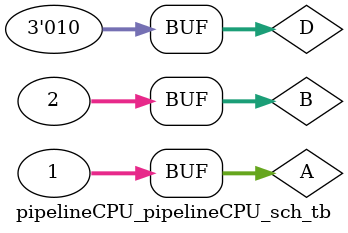
<source format=v>

`timescale 1ns / 1ps

module pipelineCPU_pipelineCPU_sch_tb();

// Inputs
   reg [31:0] A;
   reg [31:0] B;
   reg [2:0] D;

// Output
   wire [31:0] C;

// Bidirs

// Instantiate the UUT
   pipelineCPU UUT (
		.A(A), 
		.B(B), 
		.C(C), 
		.D(D)
   );
// Initialize Inputs
       initial begin
		A = 1;
		B = 2;
		D = 3'b010;
		end
endmodule

</source>
